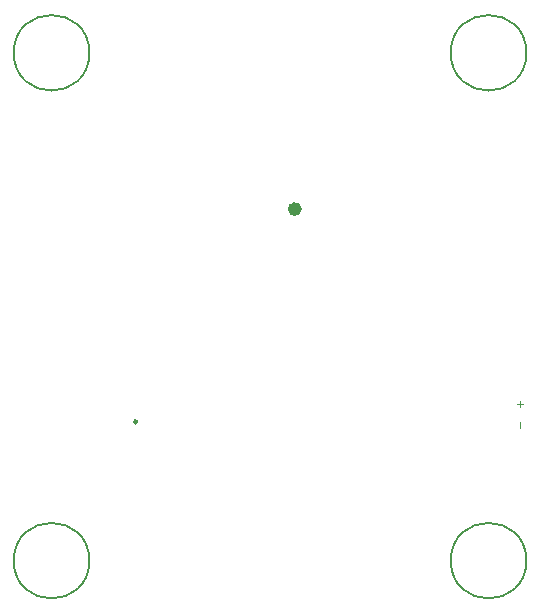
<source format=gbr>
%TF.GenerationSoftware,KiCad,Pcbnew,(6.0.4-0)*%
%TF.CreationDate,2023-08-08T15:54:36-06:00*%
%TF.ProjectId,TPS61165-heater-v8,54505336-3131-4363-952d-686561746572,rev?*%
%TF.SameCoordinates,Original*%
%TF.FileFunction,Other,Comment*%
%FSLAX46Y46*%
G04 Gerber Fmt 4.6, Leading zero omitted, Abs format (unit mm)*
G04 Created by KiCad (PCBNEW (6.0.4-0)) date 2023-08-08 15:54:36*
%MOMM*%
%LPD*%
G01*
G04 APERTURE LIST*
%ADD10C,0.250000*%
%ADD11C,0.254000*%
%ADD12C,0.600000*%
%ADD13C,0.150000*%
G04 APERTURE END LIST*
D10*
%TO.C,FL1*%
X126225000Y-82230000D02*
G75*
G03*
X126225000Y-82230000I-125000J0D01*
G01*
D11*
%TO.C,U2*%
X139212000Y-64230000D02*
G75*
G03*
X139466000Y-64230000I127000J0D01*
G01*
D12*
X139893000Y-64230000D02*
G75*
G03*
X139893000Y-64230000I-300000J0D01*
G01*
%TO.C,D3*%
G36*
X158752000Y-82821000D02*
G01*
X158632000Y-82821000D01*
X158632000Y-82221000D01*
X158752000Y-82221000D01*
X158752000Y-82821000D01*
G37*
G36*
X158747000Y-81070000D02*
G01*
X158627000Y-81070000D01*
X158627000Y-80470000D01*
X158747000Y-80470000D01*
X158747000Y-81070000D01*
G37*
G36*
X158993000Y-80830000D02*
G01*
X158393000Y-80830000D01*
X158393000Y-80710000D01*
X158993000Y-80710000D01*
X158993000Y-80830000D01*
G37*
D13*
%TO.C,H4*%
X122200000Y-94000000D02*
G75*
G03*
X122200000Y-94000000I-3200000J0D01*
G01*
%TO.C,H3*%
X159200000Y-94000000D02*
G75*
G03*
X159200000Y-94000000I-3200000J0D01*
G01*
%TO.C,H2*%
X159200000Y-51000000D02*
G75*
G03*
X159200000Y-51000000I-3200000J0D01*
G01*
%TO.C,H1*%
X122200000Y-51000000D02*
G75*
G03*
X122200000Y-51000000I-3200000J0D01*
G01*
%TD*%
M02*

</source>
